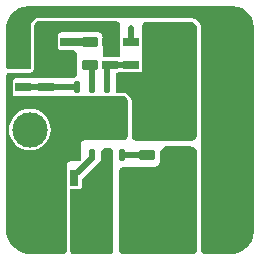
<source format=gtl>
G04*
G04 #@! TF.GenerationSoftware,Altium Limited,Altium Designer,20.0.2 (26)*
G04*
G04 Layer_Physical_Order=1*
G04 Layer_Color=255*
%FSTAX24Y24*%
%MOIN*%
G70*
G01*
G75*
G04:AMPARAMS|DCode=15|XSize=20mil|YSize=39mil|CornerRadius=2mil|HoleSize=0mil|Usage=FLASHONLY|Rotation=180.000|XOffset=0mil|YOffset=0mil|HoleType=Round|Shape=RoundedRectangle|*
%AMROUNDEDRECTD15*
21,1,0.0200,0.0350,0,0,180.0*
21,1,0.0160,0.0390,0,0,180.0*
1,1,0.0040,-0.0080,0.0175*
1,1,0.0040,0.0080,0.0175*
1,1,0.0040,0.0080,-0.0175*
1,1,0.0040,-0.0080,-0.0175*
%
%ADD15ROUNDEDRECTD15*%
G04:AMPARAMS|DCode=16|XSize=28mil|YSize=51mil|CornerRadius=2.8mil|HoleSize=0mil|Usage=FLASHONLY|Rotation=270.000|XOffset=0mil|YOffset=0mil|HoleType=Round|Shape=RoundedRectangle|*
%AMROUNDEDRECTD16*
21,1,0.0280,0.0454,0,0,270.0*
21,1,0.0224,0.0510,0,0,270.0*
1,1,0.0056,-0.0227,-0.0112*
1,1,0.0056,-0.0227,0.0112*
1,1,0.0056,0.0227,0.0112*
1,1,0.0056,0.0227,-0.0112*
%
%ADD16ROUNDEDRECTD16*%
G04:AMPARAMS|DCode=17|XSize=35.4mil|YSize=51.2mil|CornerRadius=3.5mil|HoleSize=0mil|Usage=FLASHONLY|Rotation=90.000|XOffset=0mil|YOffset=0mil|HoleType=Round|Shape=RoundedRectangle|*
%AMROUNDEDRECTD17*
21,1,0.0354,0.0441,0,0,90.0*
21,1,0.0283,0.0512,0,0,90.0*
1,1,0.0071,0.0220,0.0142*
1,1,0.0071,0.0220,-0.0142*
1,1,0.0071,-0.0220,-0.0142*
1,1,0.0071,-0.0220,0.0142*
%
%ADD17ROUNDEDRECTD17*%
G04:AMPARAMS|DCode=18|XSize=28mil|YSize=51mil|CornerRadius=2.8mil|HoleSize=0mil|Usage=FLASHONLY|Rotation=180.000|XOffset=0mil|YOffset=0mil|HoleType=Round|Shape=RoundedRectangle|*
%AMROUNDEDRECTD18*
21,1,0.0280,0.0454,0,0,180.0*
21,1,0.0224,0.0510,0,0,180.0*
1,1,0.0056,-0.0112,0.0227*
1,1,0.0056,0.0112,0.0227*
1,1,0.0056,0.0112,-0.0227*
1,1,0.0056,-0.0112,-0.0227*
%
%ADD18ROUNDEDRECTD18*%
G04:AMPARAMS|DCode=19|XSize=59.8mil|YSize=66.1mil|CornerRadius=3.6mil|HoleSize=0mil|Usage=FLASHONLY|Rotation=270.000|XOffset=0mil|YOffset=0mil|HoleType=Round|Shape=RoundedRectangle|*
%AMROUNDEDRECTD19*
21,1,0.0598,0.0590,0,0,270.0*
21,1,0.0527,0.0661,0,0,270.0*
1,1,0.0072,-0.0295,-0.0263*
1,1,0.0072,-0.0295,0.0263*
1,1,0.0072,0.0295,0.0263*
1,1,0.0072,0.0295,-0.0263*
%
%ADD19ROUNDEDRECTD19*%
G04:AMPARAMS|DCode=20|XSize=63mil|YSize=107mil|CornerRadius=6.3mil|HoleSize=0mil|Usage=FLASHONLY|Rotation=180.000|XOffset=0mil|YOffset=0mil|HoleType=Round|Shape=RoundedRectangle|*
%AMROUNDEDRECTD20*
21,1,0.0630,0.0944,0,0,180.0*
21,1,0.0504,0.1070,0,0,180.0*
1,1,0.0126,-0.0252,0.0472*
1,1,0.0126,0.0252,0.0472*
1,1,0.0126,0.0252,-0.0472*
1,1,0.0126,-0.0252,-0.0472*
%
%ADD20ROUNDEDRECTD20*%
G04:AMPARAMS|DCode=21|XSize=78.7mil|YSize=98.4mil|CornerRadius=3.9mil|HoleSize=0mil|Usage=FLASHONLY|Rotation=90.000|XOffset=0mil|YOffset=0mil|HoleType=Round|Shape=RoundedRectangle|*
%AMROUNDEDRECTD21*
21,1,0.0787,0.0906,0,0,90.0*
21,1,0.0709,0.0984,0,0,90.0*
1,1,0.0079,0.0453,0.0354*
1,1,0.0079,0.0453,-0.0354*
1,1,0.0079,-0.0453,-0.0354*
1,1,0.0079,-0.0453,0.0354*
%
%ADD21ROUNDEDRECTD21*%
G04:AMPARAMS|DCode=22|XSize=78.7mil|YSize=86.6mil|CornerRadius=3.9mil|HoleSize=0mil|Usage=FLASHONLY|Rotation=0.000|XOffset=0mil|YOffset=0mil|HoleType=Round|Shape=RoundedRectangle|*
%AMROUNDEDRECTD22*
21,1,0.0787,0.0787,0,0,0.0*
21,1,0.0709,0.0866,0,0,0.0*
1,1,0.0079,0.0354,-0.0394*
1,1,0.0079,-0.0354,-0.0394*
1,1,0.0079,-0.0354,0.0394*
1,1,0.0079,0.0354,0.0394*
%
%ADD22ROUNDEDRECTD22*%
%ADD32C,0.0200*%
%ADD33C,0.0250*%
%ADD34C,0.1181*%
%ADD35C,0.0200*%
G36*
X097573Y030623D02*
X097613Y030583D01*
X097628Y030547D01*
X097635Y030502D01*
Y030502D01*
X097635Y030502D01*
X097635Y030502D01*
X097635Y029565D01*
X097635Y029543D01*
X097618Y029503D01*
X097587Y029472D01*
X097571Y029465D01*
X097525Y029455D01*
X097165Y029455D01*
X097141Y029455D01*
X097097Y029473D01*
X097063Y029507D01*
X097045Y029551D01*
X097045Y029575D01*
X097045Y030125D01*
X097042Y030156D01*
X097018Y030214D01*
X096974Y030258D01*
X09693Y030276D01*
X096916Y030282D01*
X096885Y030285D01*
X096885Y030285D01*
X096885Y030285D01*
X096885Y030285D01*
X095695Y030285D01*
X095666Y030282D01*
X095612Y03026D01*
X09557Y030218D01*
X095555Y030181D01*
X095548Y030164D01*
X095545Y030135D01*
X095545Y030135D01*
X095545Y030135D01*
X095545Y029835D01*
X095548Y029804D01*
X095572Y029746D01*
X095616Y029702D01*
X095674Y029678D01*
X095705Y029675D01*
X09605Y029675D01*
X096079Y029675D01*
X096132Y029653D01*
X096173Y029612D01*
X096188Y029576D01*
X096195Y02953D01*
Y02953D01*
X096195Y02953D01*
X096195Y02953D01*
Y028905D01*
X096195Y028873D01*
X096171Y028814D01*
X096126Y028769D01*
X096082Y028751D01*
X096035Y028745D01*
Y028745D01*
X094143Y028745D01*
X094124Y028743D01*
X094089Y028728D01*
X094062Y028701D01*
X094047Y028666D01*
X094045Y028647D01*
X094045D01*
X094045Y028245D01*
X094047Y028225D01*
X094062Y02819D01*
X094089Y028163D01*
X094124Y028148D01*
X094143Y028146D01*
X097708Y028146D01*
X097747D01*
X09782Y028116D01*
X097875Y028061D01*
X097902Y027996D01*
X097905Y027949D01*
Y027949D01*
X097905Y027949D01*
X097905Y027949D01*
X097905Y026855D01*
X097905Y026819D01*
X097878Y026753D01*
X097827Y026702D01*
X097773Y02668D01*
X097739Y026676D01*
X097725Y026675D01*
X097675Y026675D01*
X096423Y026675D01*
X096404Y026673D01*
X096369Y026658D01*
X096342Y026631D01*
X096327Y026596D01*
X096325Y026577D01*
X096325D01*
X096325Y026527D01*
X096325Y026048D01*
X096325Y026033D01*
X096314Y026006D01*
X096297Y025989D01*
X09627Y025981D01*
X096252Y025975D01*
X096202Y025975D01*
X095953Y025975D01*
X095934Y025973D01*
X095899Y025958D01*
X095872Y025931D01*
X095857Y025896D01*
X095855Y025877D01*
X095855D01*
X095855Y025877D01*
X095855D01*
X095855Y023002D01*
X095855Y022983D01*
X09584Y022947D01*
X095812Y022919D01*
X095802Y022915D01*
X095757Y022904D01*
X095757Y022904D01*
X095757Y022904D01*
X094622D01*
X094545Y022904D01*
X094393Y022934D01*
X094249Y022994D01*
X09412Y02308D01*
X094011Y023189D01*
X093925Y023318D01*
X093865Y023462D01*
X093835Y023614D01*
X093835Y023691D01*
X093835Y028837D01*
Y028856D01*
X09385Y028892D01*
X093878Y02892D01*
X093914Y028935D01*
X093933Y028935D01*
X093933Y028935D01*
X09461Y028935D01*
X09464Y028938D01*
X094696Y028961D01*
X094739Y029004D01*
X094762Y02906D01*
X094765Y02909D01*
X094765Y02909D01*
X094765Y030501D01*
X094792Y030567D01*
X094843Y030618D01*
X094909Y030645D01*
X094945D01*
X094945Y030645D01*
X097492Y030645D01*
X09752Y030645D01*
X097573Y030623D01*
D02*
G37*
G36*
X100017Y030615D02*
X100094Y030583D01*
X100153Y030524D01*
X100183Y030452D01*
X100185Y030406D01*
X100185Y030405D01*
X100185Y030405D01*
X100185Y030405D01*
X100185Y026855D01*
X100185Y026815D01*
X100155Y026742D01*
X100098Y026685D01*
X100033Y026659D01*
X099985Y026655D01*
X099985Y026655D01*
Y026655D01*
X099985Y026655D01*
X098208Y026655D01*
X098169D01*
X098097Y026685D01*
X098042Y02674D01*
X098012Y026813D01*
Y026852D01*
X098012Y026852D01*
X098012Y027994D01*
X098007Y028044D01*
X097968Y028136D01*
X097898Y028207D01*
X097806Y028245D01*
X097756Y02825D01*
X097756Y02825D01*
X097756Y02825D01*
X097574Y02825D01*
X097538Y028265D01*
X09751Y028293D01*
X097495Y028329D01*
Y028348D01*
X097495Y028348D01*
X097495Y028856D01*
X097495Y028875D01*
X09751Y028911D01*
X097538Y028939D01*
X097574Y028954D01*
X097593D01*
X097593Y028954D01*
X098267Y028954D01*
X098286Y028956D01*
X098321Y028971D01*
X098348Y028998D01*
X098363Y029033D01*
X098365Y029052D01*
X098365Y029052D01*
X098365Y030517D01*
X098365Y030536D01*
X09838Y030572D01*
X098408Y0306D01*
X098444Y030615D01*
X098463D01*
X098463Y030615D01*
X099975Y030615D01*
X100017Y030615D01*
D02*
G37*
G36*
X097307Y026415D02*
X097326Y026415D01*
X097362Y0264D01*
X09739Y026372D01*
X097405Y026336D01*
X097405Y026317D01*
X097405Y023002D01*
X097405Y023002D01*
Y022983D01*
X09739Y022947D01*
X097362Y022919D01*
X097326Y022904D01*
X097307Y022904D01*
X096063D01*
X096063Y022904D01*
X096044D01*
X096008Y022919D01*
X09598Y022947D01*
X095965Y022983D01*
X095965Y023002D01*
Y025025D01*
X095965Y025025D01*
Y025032D01*
X095971Y025047D01*
X095982Y025058D01*
X095997Y025064D01*
X096004D01*
X096276Y025064D01*
X096276Y025064D01*
X096292Y025065D01*
X09632Y025077D01*
X096342Y025099D01*
X096354Y025127D01*
X096355Y025143D01*
X096355Y025346D01*
Y025346D01*
X096355Y025355D01*
X096359Y025373D01*
X096366Y025391D01*
X096376Y025406D01*
X096383Y025413D01*
X096966Y025996D01*
X096966Y025996D01*
X096975Y026005D01*
X096989Y026027D01*
X096999Y026052D01*
X097004Y026078D01*
X097005Y026091D01*
X097005Y026317D01*
X097005Y026317D01*
X097005Y026336D01*
X09702Y026372D01*
X097048Y0264D01*
X097084Y026415D01*
X097103Y026415D01*
X097307Y026415D01*
X097307Y026415D01*
D02*
G37*
G36*
X099219Y026475D02*
X099988D01*
X099988Y026475D01*
X099988Y026475D01*
X099988D01*
X100035Y026472D01*
X1001Y026445D01*
X100155Y02639D01*
X100185Y026317D01*
X100185Y026278D01*
X100185Y023002D01*
X100185Y023002D01*
X100185Y022983D01*
X10017Y022947D01*
X100142Y022919D01*
X100106Y022904D01*
X100087Y022904D01*
X097703D01*
X097684Y022904D01*
X097648Y022919D01*
X09762Y022947D01*
X097605Y022983D01*
X097605Y023002D01*
X097605Y025687D01*
X097605Y025687D01*
X097616Y025732D01*
X09762Y025742D01*
X097648Y02577D01*
X097684Y025785D01*
X097703Y025785D01*
X098735Y025785D01*
Y025785D01*
X09878Y025789D01*
X098781Y02579D01*
X098863Y025824D01*
X098926Y025887D01*
X098961Y02597D01*
X098965Y026015D01*
X098965Y026171D01*
X098965Y026221D01*
X098965Y026221D01*
X098965Y026271D01*
X099004Y026365D01*
X099075Y026436D01*
X099169Y026475D01*
X099219Y026475D01*
D02*
G37*
G36*
X094622Y031172D02*
X101315Y031172D01*
X101315Y031172D01*
X101393Y031172D01*
X101545Y031141D01*
X101688Y031082D01*
X101817Y030996D01*
X101927Y030886D01*
X102013Y030757D01*
X102072Y030614D01*
X102103Y030462D01*
X102103Y030384D01*
X102103Y023691D01*
X102103Y023691D01*
X102103Y023614D01*
X102072Y023462D01*
X102013Y023318D01*
X101927Y023189D01*
X101817Y02308D01*
X101688Y022994D01*
X101545Y022934D01*
X101393Y022904D01*
X101315Y022904D01*
X100433D01*
Y022904D01*
X100414D01*
X100378Y022919D01*
X10035Y022947D01*
X100335Y022983D01*
Y023002D01*
X100335Y0304D01*
X100335Y0304D01*
X100333Y030434D01*
X10032Y030501D01*
X100294Y030565D01*
X100255Y030622D01*
X100207Y030671D01*
X10015Y030709D01*
X100086Y030735D01*
X100019Y030749D01*
X099984Y03075D01*
X094912Y03075D01*
X094912Y03075D01*
X094863Y030745D01*
X094772Y030708D01*
X094702Y030638D01*
X094665Y030548D01*
X09466Y030499D01*
X09466Y029089D01*
X09466Y029089D01*
X09466Y029082D01*
X094655Y02907D01*
X094645Y02906D01*
X094633Y029055D01*
X094626Y029055D01*
X093933Y029055D01*
X093933D01*
X093914Y029055D01*
X093878Y02907D01*
X09385Y029098D01*
X093835Y029134D01*
X093835Y029153D01*
X093835Y030384D01*
Y030384D01*
X093835Y030462D01*
X093865Y030614D01*
X093925Y030757D01*
X094011Y030886D01*
X09412Y030996D01*
X094249Y031082D01*
X094393Y031141D01*
X094545Y031172D01*
X094622Y031172D01*
D02*
G37*
%LPC*%
G36*
X094622Y027732D02*
X094487Y027718D01*
X094357Y027679D01*
X094237Y027615D01*
X094132Y027528D01*
X094045Y027423D01*
X093981Y027303D01*
X093942Y027173D01*
X093929Y027038D01*
X093942Y026902D01*
X093981Y026772D01*
X094045Y026652D01*
X094132Y026547D01*
X094237Y026461D01*
X094357Y026397D01*
X094487Y026357D01*
X094622Y026344D01*
X094758Y026357D01*
X094888Y026397D01*
X095008Y026461D01*
X095113Y026547D01*
X095199Y026652D01*
X095264Y026772D01*
X095303Y026902D01*
X095316Y027038D01*
X095303Y027173D01*
X095264Y027303D01*
X095199Y027423D01*
X095113Y027528D01*
X095008Y027615D01*
X094888Y027679D01*
X094758Y027718D01*
X094622Y027732D01*
D02*
G37*
%LPD*%
D15*
X097705Y028445D02*
D03*
X097205D02*
D03*
Y026185D02*
D03*
X097705D02*
D03*
X096205Y028445D02*
D03*
X096705D02*
D03*
Y026185D02*
D03*
X096205D02*
D03*
D16*
X095905Y02995D02*
D03*
Y0292D02*
D03*
X098005Y02995D02*
D03*
Y0292D02*
D03*
X097305Y0292D02*
D03*
Y02995D02*
D03*
X094405Y0292D02*
D03*
Y02845D02*
D03*
X095165Y0292D02*
D03*
Y02845D02*
D03*
D17*
X096625Y029949D02*
D03*
Y029201D02*
D03*
X098525Y026933D02*
D03*
Y026185D02*
D03*
D18*
X095355Y025425D02*
D03*
X096105D02*
D03*
D19*
X099545Y027582D02*
D03*
Y026008D02*
D03*
D20*
X100651Y024855D02*
D03*
X099539D02*
D03*
X098011D02*
D03*
X096899D02*
D03*
D21*
X098135Y023505D02*
D03*
X099465D02*
D03*
X100851D02*
D03*
X096699D02*
D03*
D22*
X101256Y029565D02*
D03*
X098934Y029565D02*
D03*
D32*
X09726Y03032D02*
X097305Y030275D01*
X097125Y030545D02*
X097305Y030365D01*
X097045Y030545D02*
X097125D01*
X095505D02*
X097035D01*
X095165Y030205D02*
X095505Y030545D01*
X095165Y029615D02*
Y030205D01*
Y0292D02*
Y029615D01*
X097305Y02995D02*
Y030275D01*
X095355Y025931D02*
X095609Y026185D01*
X095355Y025425D02*
Y025931D01*
X095609Y026185D02*
X096205D01*
X098005Y02995D02*
Y030411D01*
X097705Y026185D02*
X098525D01*
X096105Y025425D02*
Y02554D01*
X096145Y02558D01*
X096195D01*
X096705Y02609D01*
Y026185D01*
X095165Y0292D02*
X095905D01*
X094408Y028448D02*
X096205D01*
Y028445D02*
Y028448D01*
X094405Y02845D02*
X094408Y028448D01*
X098005Y0292D02*
X098005Y0292D01*
X097305Y0292D02*
X098005D01*
X097305Y0292D02*
X097305Y0292D01*
X097245Y0292D02*
X097305D01*
X097205Y02916D02*
X097245Y0292D01*
X097205Y028445D02*
Y02916D01*
X096625Y029201D02*
X096628D01*
X096705Y029124D01*
Y028445D02*
Y029124D01*
D33*
X096625Y02995D02*
X096625Y029949D01*
X095906Y02995D02*
X096625D01*
X095905Y02995D02*
X095906Y02995D01*
D34*
X094622Y027038D02*
D03*
D35*
X094555Y023415D02*
D03*
Y023715D02*
D03*
X094255D02*
D03*
Y023415D02*
D03*
X094855Y023715D02*
D03*
Y023415D02*
D03*
Y025515D02*
D03*
Y027934D02*
D03*
Y025215D02*
D03*
X094255Y025515D02*
D03*
Y027934D02*
D03*
Y025215D02*
D03*
X094555D02*
D03*
Y027934D02*
D03*
Y025515D02*
D03*
X097305Y030365D02*
D03*
X095165Y029615D02*
D03*
X096055Y027015D02*
D03*
Y027615D02*
D03*
Y027315D02*
D03*
X096655Y027015D02*
D03*
X096955D02*
D03*
X097255D02*
D03*
X097555D02*
D03*
X096355D02*
D03*
X096655Y027615D02*
D03*
X096955D02*
D03*
X097255D02*
D03*
X097555D02*
D03*
X096355D02*
D03*
Y027315D02*
D03*
X097555D02*
D03*
X097255D02*
D03*
X096955D02*
D03*
X096655D02*
D03*
X098989Y025355D02*
D03*
Y024355D02*
D03*
Y024605D02*
D03*
Y025105D02*
D03*
Y024855D02*
D03*
X097205Y025675D02*
D03*
X098005Y030411D02*
D03*
M02*

</source>
